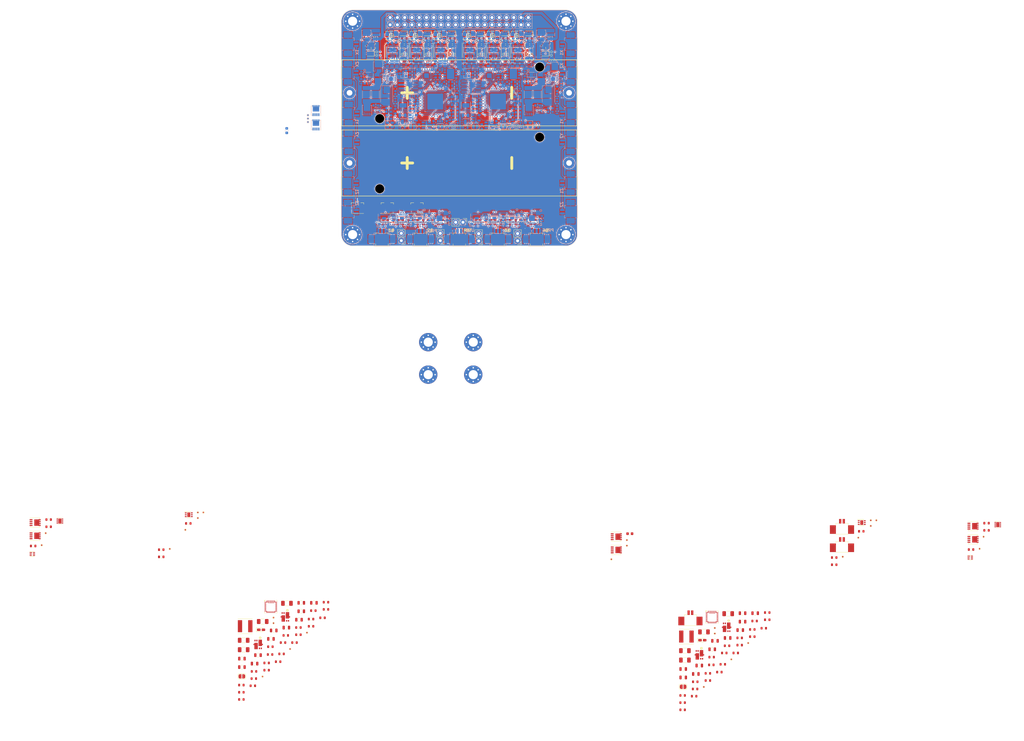
<source format=kicad_pcb>
(kicad_pcb (version 20210623) (generator pcbnew)

  (general
    (thickness 1)
  )

  (paper "A4")
  (title_block
    (title "BUTCube - EPS")
    (date "2021-08-20")
    (rev "v1.0")
    (company "VUT - FIT(STRaDe) & FME(IAE & IPE)")
    (comment 1 "Author: Petr Malaník")
  )

  (layers
    (0 "F.Cu" signal)
    (1 "In1.Cu" power)
    (2 "In2.Cu" mixed)
    (31 "B.Cu" signal)
    (32 "B.Adhes" user "B.Adhesive")
    (33 "F.Adhes" user "F.Adhesive")
    (34 "B.Paste" user)
    (35 "F.Paste" user)
    (36 "B.SilkS" user "B.Silkscreen")
    (37 "F.SilkS" user "F.Silkscreen")
    (38 "B.Mask" user)
    (39 "F.Mask" user)
    (40 "Dwgs.User" user "User.Drawings")
    (41 "Cmts.User" user "User.Comments")
    (42 "Eco1.User" user "User.Eco1")
    (43 "Eco2.User" user "User.Eco2")
    (44 "Edge.Cuts" user)
    (45 "Margin" user)
    (46 "B.CrtYd" user "B.Courtyard")
    (47 "F.CrtYd" user "F.Courtyard")
    (48 "B.Fab" user)
    (49 "F.Fab" user)
    (50 "User.1" user)
    (51 "User.2" user)
    (52 "User.3" user)
    (53 "User.4" user)
    (54 "User.5" user)
    (55 "User.6" user)
    (56 "User.7" user)
    (57 "User.8" user)
    (58 "User.9" user)
  )

  (setup
    (stackup
      (layer "F.SilkS" (type "Top Silk Screen"))
      (layer "F.Paste" (type "Top Solder Paste"))
      (layer "F.Mask" (type "Top Solder Mask") (color "Green") (thickness 0.01))
      (layer "F.Cu" (type "copper") (thickness 0.035))
      (layer "dielectric 1" (type "core") (thickness 0.28) (material "FR4") (epsilon_r 4.5) (loss_tangent 0.02))
      (layer "In1.Cu" (type "copper") (thickness 0.035))
      (layer "dielectric 2" (type "prepreg") (thickness 0.28) (material "FR4") (epsilon_r 4.5) (loss_tangent 0.02))
      (layer "In2.Cu" (type "copper") (thickness 0.035))
      (layer "dielectric 3" (type "core") (thickness 0.28) (material "FR4") (epsilon_r 4.5) (loss_tangent 0.02))
      (layer "B.Cu" (type "copper") (thickness 0.035))
      (layer "B.Mask" (type "Bottom Solder Mask") (color "Green") (thickness 0.01))
      (layer "B.Paste" (type "Bottom Solder Paste"))
      (layer "B.SilkS" (type "Bottom Silk Screen"))
      (copper_finish "Immersion gold")
      (dielectric_constraints no)
    )
    (pad_to_mask_clearance 0)
    (pcbplotparams
      (layerselection 0x00010fc_ffffffff)
      (disableapertmacros false)
      (usegerberextensions false)
      (usegerberattributes true)
      (usegerberadvancedattributes true)
      (creategerberjobfile true)
      (svguseinch false)
      (svgprecision 6)
      (excludeedgelayer true)
      (plotframeref false)
      (viasonmask false)
      (mode 1)
      (useauxorigin false)
      (hpglpennumber 1)
      (hpglpenspeed 20)
      (hpglpendiameter 15.000000)
      (dxfpolygonmode true)
      (dxfimperialunits true)
      (dxfusepcbnewfont true)
      (psnegative false)
      (psa4output false)
      (plotreference true)
      (plotvalue true)
      (plotinvisibletext false)
      (sketchpadsonfab false)
      (subtractmaskfromsilk false)
      (outputformat 1)
      (mirror false)
      (drillshape 1)
      (scaleselection 1)
      (outputdirectory "")
    )
  )

  (net 0 "")
  (net 1 "Net-(C1-Pad1)")
  (net 2 "VBUS")
  (net 3 "/Unit #1/MCU/MCU_POWER")
  (net 4 "/Unit #1/Battery charger/BAT")
  (net 5 "/Unit #1/Battery charger/SOLAR_IN")
  (net 6 "/USB power/USB_POWER")
  (net 7 "Net-(C6-Pad1)")
  (net 8 "Net-(C6-Pad2)")
  (net 9 "Net-(C7-Pad1)")
  (net 10 "GND")
  (net 11 "Net-(C7-Pad2)")
  (net 12 "Net-(C8-Pad1)")
  (net 13 "/Unit #1/Battery charger/PMID")
  (net 14 "/Unit #1/Battery charger/SYS")
  (net 15 "/Unit #1/Battery charger/REGN")
  (net 16 "/Unit #1/Activation control/PWR_OUT")
  (net 17 "Net-(C29-Pad1)")
  (net 18 "/Unit #1/MCU/OUT_CUR")
  (net 19 "Net-(C32-Pad1)")
  (net 20 "/Unit #1/MCU/VREF")
  (net 21 "Net-(C47-Pad1)")
  (net 22 "/Unit #2/MCU/MCU_POWER")
  (net 23 "/Unit #2/Battery charger/SOLAR_IN")
  (net 24 "Net-(C52-Pad1)")
  (net 25 "Net-(C52-Pad2)")
  (net 26 "Net-(C53-Pad1)")
  (net 27 "Net-(C53-Pad2)")
  (net 28 "Net-(C54-Pad1)")
  (net 29 "/Unit #2/Battery charger/PMID")
  (net 30 "/Unit #2/Battery charger/SYS")
  (net 31 "/Unit #2/Battery charger/REGN")
  (net 32 "/Unit #2/Activation control/PWR_OUT")
  (net 33 "Net-(C75-Pad1)")
  (net 34 "/Unit #2/MCU/OUT_CUR")
  (net 35 "Net-(C78-Pad1)")
  (net 36 "/Unit #2/MCU/VREF")
  (net 37 "Net-(C93-Pad1)")
  (net 38 "Net-(C94-Pad1)")
  (net 39 "/Unit #1/Output control/PWR_OUT")
  (net 40 "Net-(C96-Pad1)")
  (net 41 "Net-(C97-Pad1)")
  (net 42 "/Unit #2/Output control/PWR_OUT")
  (net 43 "Net-(C101-Pad1)")
  (net 44 "Net-(C102-Pad1)")
  (net 45 "Net-(C106-Pad1)")
  (net 46 "Net-(C107-Pad1)")
  (net 47 "Net-(C111-Pad1)")
  (net 48 "Net-(C112-Pad1)")
  (net 49 "Net-(C116-Pad1)")
  (net 50 "Net-(C117-Pad1)")
  (net 51 "Net-(C121-Pad1)")
  (net 52 "Net-(C122-Pad1)")
  (net 53 "/Unit #1/ADC/VBAT_CUR")
  (net 54 "/Unit #2/ADC/VBAT_CUR")
  (net 55 "Net-(C129-Pad1)")
  (net 56 "Net-(C130-Pad1)")
  (net 57 "Net-(C131-Pad1)")
  (net 58 "Net-(C132-Pad1)")
  (net 59 "Net-(C133-Pad1)")
  (net 60 "/Unit #2/Activation control/Activation logic/PWR_IN")
  (net 61 "Net-(C138-Pad1)")
  (net 62 "Net-(C139-Pad1)")
  (net 63 "Net-(C140-Pad1)")
  (net 64 "Net-(C141-Pad1)")
  (net 65 "Net-(C142-Pad1)")
  (net 66 "/Unit #1/Activation control/Activation logic/PWR_IN")
  (net 67 "Net-(D2-Pad2)")
  (net 68 "/Stack connector/CAN_L")
  (net 69 "/Stack connector/CAN_H")
  (net 70 "/Unit #1/ADC/1V8_CUR")
  (net 71 "/Unit #2/ADC/1V8_CUR")
  (net 72 "/Unit #1/ADC/3V3_CUR")
  (net 73 "/Unit #2/ADC/3V3_CUR")
  (net 74 "/Unit #1/ADC/5V_CUR")
  (net 75 "/Unit #2/ADC/5V_CUR")
  (net 76 "/Unit #1/Activation control/PWR_IN")
  (net 77 "/Unit #1/MCU/POWER")
  (net 78 "Net-(F3-Pad2)")
  (net 79 "/Unit #2/Activation control/PWR_IN")
  (net 80 "/Unit #2/MCU/POWER")
  (net 81 "Net-(F6-Pad2)")
  (net 82 "Net-(F7-Pad1)")
  (net 83 "/Unit #1/1V8")
  (net 84 "Net-(F8-Pad1)")
  (net 85 "/Unit #2/1V8")
  (net 86 "Net-(F9-Pad1)")
  (net 87 "/Unit #1/3V3")
  (net 88 "Net-(F10-Pad1)")
  (net 89 "/Unit #2/3V3")
  (net 90 "Net-(F11-Pad1)")
  (net 91 "/Unit #1/5V")
  (net 92 "Net-(F12-Pad1)")
  (net 93 "/Unit #2/5V")
  (net 94 "Net-(F13-Pad1)")
  (net 95 "/Unit #1/VBAT")
  (net 96 "Net-(F14-Pad1)")
  (net 97 "/Unit #2/VBAT")
  (net 98 "Net-(J7-Pad1)")
  (net 99 "/Unit #1/MCU/DBG_TX")
  (net 100 "/Unit #1/MCU/DBG_RX")
  (net 101 "/Unit #1/MCU/SWCLK")
  (net 102 "/Unit #1/MCU/SWDIO")
  (net 103 "/Unit #1/Battery temperature control/NTC_OUT")
  (net 104 "Net-(J11-Pad1)")
  (net 105 "/Stack connector/EPS#1_CHARGE")
  (net 106 "/Stack connector/RS_485_~{B}")
  (net 107 "/Stack connector/RS_485_A")
  (net 108 "/Stack connector/EPS#2_CHARGE")
  (net 109 "Net-(J19-Pad1)")
  (net 110 "/Unit #2/MCU/DBG_TX")
  (net 111 "/Unit #2/MCU/DBG_RX")
  (net 112 "/Unit #2/MCU/SWCLK")
  (net 113 "/Unit #2/MCU/SWDIO")
  (net 114 "/Unit #2/Battery temperature control/NTC_OUT")
  (net 115 "Net-(J23-Pad1)")
  (net 116 "/Activation switches/RBF_PIN")
  (net 117 "/Activation switches/SW_#1")
  (net 118 "/Activation switches/SW_#2")
  (net 119 "/Activation switches/SW_#3")
  (net 120 "/Activation switches/SW_#4")
  (net 121 "Net-(JP1-Pad2)")
  (net 122 "Net-(JP2-Pad1)")
  (net 123 "/Unit #1/MCU/NRST")
  (net 124 "Net-(JP3-Pad1)")
  (net 125 "Net-(JP3-Pad2)")
  (net 126 "Net-(JP4-Pad2)")
  (net 127 "Net-(JP5-Pad1)")
  (net 128 "/Unit #2/MCU/NRST")
  (net 129 "Net-(JP6-Pad1)")
  (net 130 "Net-(JP6-Pad2)")
  (net 131 "Net-(L3-Pad1)")
  (net 132 "Net-(L3-Pad2)")
  (net 133 "Net-(L4-Pad1)")
  (net 134 "Net-(L4-Pad2)")
  (net 135 "Net-(L5-Pad1)")
  (net 136 "Net-(L5-Pad2)")
  (net 137 "Net-(L6-Pad1)")
  (net 138 "Net-(L6-Pad2)")
  (net 139 "Net-(L7-Pad1)")
  (net 140 "Net-(L7-Pad2)")
  (net 141 "Net-(L8-Pad1)")
  (net 142 "Net-(L8-Pad2)")
  (net 143 "Net-(Q1-PadG1)")
  (net 144 "Net-(Q1-PadS1)")
  (net 145 "Net-(Q2-PadG1)")
  (net 146 "Net-(Q2-PadS1)")
  (net 147 "/Unit #1/Activation control/Activation logic/SEP_EN")
  (net 148 "Net-(Q3-Pad5)")
  (net 149 "/Unit #1/Activation control/Activation logic/RBF_EN")
  (net 150 "Net-(Q5-Pad1)")
  (net 151 "Net-(Q5-Pad3)")
  (net 152 "Net-(Q7-Pad1)")
  (net 153 "Net-(Q7-Pad4)")
  (net 154 "Net-(Q7-Pad5)")
  (net 155 "Net-(Q9-PadG1)")
  (net 156 "Net-(Q9-PadS1)")
  (net 157 "Net-(Q10-PadG1)")
  (net 158 "Net-(Q10-PadS1)")
  (net 159 "/Unit #2/Activation control/Activation logic/SEP_EN")
  (net 160 "Net-(Q11-Pad5)")
  (net 161 "/Unit #2/Activation control/Activation logic/RBF_EN")
  (net 162 "Net-(Q13-Pad1)")
  (net 163 "Net-(Q13-Pad3)")
  (net 164 "Net-(Q15-Pad1)")
  (net 165 "Net-(Q15-Pad4)")
  (net 166 "Net-(Q15-Pad5)")
  (net 167 "Net-(Q17-Pad4)")
  (net 168 "Net-(Q17-Pad5)")
  (net 169 "Net-(Q18-Pad1)")
  (net 170 "Net-(Q18-Pad4)")
  (net 171 "Net-(Q19-Pad4)")
  (net 172 "Net-(Q19-Pad5)")
  (net 173 "Net-(Q20-Pad1)")
  (net 174 "Net-(Q20-Pad4)")
  (net 175 "/Unit #1/Power supplies/Power_supply_1V8/PER_POWER")
  (net 176 "/Unit #1/MCU/1V8_EN")
  (net 177 "/Unit #2/Power supplies/Power_supply_1V8/PER_POWER")
  (net 178 "/Unit #2/MCU/1V8_EN")
  (net 179 "/Unit #1/MCU/3V3_EN")
  (net 180 "/Unit #2/MCU/3V3_EN")
  (net 181 "/Unit #1/Power supplies/Power_supply_5V/PER_POWER")
  (net 182 "/Unit #1/MCU/5V_EN")
  (net 183 "/Unit #2/Power supplies/Power_supply_5V/PER_POWER")
  (net 184 "/Unit #2/MCU/5V_EN")
  (net 185 "Net-(Q27-Pad1)")
  (net 186 "/Unit #1/MCU/VBAT_EN")
  (net 187 "Net-(Q28-Pad1)")
  (net 188 "/Unit #2/MCU/VBAT_EN")
  (net 189 "/Unit #1/Battery charger/D+")
  (net 190 "/Unit #1/Battery charger/D-")
  (net 191 "Net-(R5-Pad2)")
  (net 192 "Net-(R6-Pad2)")
  (net 193 "Net-(R7-Pad1)")
  (net 194 "Net-(R8-Pad2)")
  (net 195 "Net-(D1-Pad2)")
  (net 196 "Net-(R11-Pad1)")
  (net 197 "Net-(R16-Pad2)")
  (net 198 "Net-(R17-Pad2)")
  (net 199 "Net-(R18-Pad2)")
  (net 200 "Net-(R21-Pad2)")
  (net 201 "Net-(R22-Pad1)")
  (net 202 "Net-(R24-Pad2)")
  (net 203 "/Unit #1/MCU/VBAT")
  (net 204 "/Unit #1/MCU/VDDUSB")
  (net 205 "Net-(R30-Pad1)")
  (net 206 "/Unit #1/MCU/CAN_RS")
  (net 207 "/Unit #1/MCU/RS_485_R_EN")
  (net 208 "/Unit #1/MCU/RS_485_T_EN")
  (net 209 "/Unit #1/Battery temperature control/EN")
  (net 210 "/Unit #1/Battery temperature control/NTC_REF")
  (net 211 "/Unit #2/Battery charger/D+")
  (net 212 "/Unit #2/Battery charger/D-")
  (net 213 "Net-(R47-Pad2)")
  (net 214 "Net-(R57-Pad2)")
  (net 215 "/Unit #2/MCU/VBAT")
  (net 216 "/Unit #2/MCU/VDDUSB")
  (net 217 "/Unit #2/MCU/CAN_RS")
  (net 218 "/Unit #2/MCU/RS_485_R_EN")
  (net 219 "/Unit #2/MCU/RS_485_T_EN")
  (net 220 "/Unit #2/Battery temperature control/EN")
  (net 221 "/Unit #2/Battery temperature control/NTC_REF")
  (net 222 "Net-(R82-Pad1)")
  (net 223 "Net-(R91-Pad2)")
  (net 224 "Net-(R98-Pad2)")
  (net 225 "Net-(R105-Pad2)")
  (net 226 "Net-(R112-Pad2)")
  (net 227 "Net-(R119-Pad2)")
  (net 228 "/Unit #1/Battery temperature control/~{FAULT}")
  (net 229 "/Unit #2/Battery temperature control/~{FAULT}")
  (net 230 "Net-(TP61-Pad1)")
  (net 231 "Net-(TP62-Pad1)")
  (net 232 "Net-(TP63-Pad1)")
  (net 233 "Net-(TP64-Pad1)")
  (net 234 "Net-(TP67-Pad1)")
  (net 235 "Net-(TP69-Pad1)")
  (net 236 "Net-(TP70-Pad1)")
  (net 237 "Net-(TP71-Pad1)")
  (net 238 "Net-(TP72-Pad1)")
  (net 239 "Net-(TP75-Pad1)")
  (net 240 "/Unit #1/ADC/~{CS}")
  (net 241 "/Unit #1/MCU/SPI_MISO")
  (net 242 "/Unit #1/MCU/SPI_SCK")
  (net 243 "/Unit #1/MCU/SPI_MOSI")
  (net 244 "Net-(D1-Pad1)")
  (net 245 "/Unit #1/Battery charger/SCL")
  (net 246 "/Unit #1/Battery charger/SDA")
  (net 247 "/Unit #1/Battery charger/~{INT}")
  (net 248 "/Unit #1/MCU/WDG_RESET")
  (net 249 "/Unit #1/MCU/FRAM_CS")
  (net 250 "/Unit #1/MCU/LSE")
  (net 251 "/Unit #1/MCU/HSE")
  (net 252 "/Unit #1/Battery charger/BAT_ALERT")
  (net 253 "/Unit #1/MCU/RS_485_R")
  (net 254 "/Unit #1/MCU/RS_485_T")
  (net 255 "/Unit #1/MCU/CAN_RX")
  (net 256 "/Unit #1/MCU/CAN_TX")
  (net 257 "/Unit #2/ADC/~{CS}")
  (net 258 "/Unit #2/MCU/SPI_MISO")
  (net 259 "/Unit #2/MCU/SPI_SCK")
  (net 260 "/Unit #2/MCU/SPI_MOSI")
  (net 261 "Net-(D5-Pad1)")
  (net 262 "/Unit #2/Battery charger/SCL")
  (net 263 "/Unit #2/Battery charger/SDA")
  (net 264 "/Unit #2/Battery charger/~{INT}")
  (net 265 "/Unit #2/MCU/WDG_RESET")
  (net 266 "/Unit #2/MCU/FRAM_CS")
  (net 267 "/Unit #2/MCU/LSE")
  (net 268 "/Unit #2/MCU/HSE")
  (net 269 "/Unit #2/Battery charger/BAT_ALERT")
  (net 270 "/Unit #2/MCU/RS_485_R")
  (net 271 "/Unit #2/MCU/RS_485_T")
  (net 272 "/Unit #2/MCU/CAN_RX")
  (net 273 "/Unit #2/MCU/CAN_TX")
  (net 274 "Net-(U52-Pad6)")
  (net 275 "Net-(U53-Pad8)")
  (net 276 "Net-(U54-Pad12)")
  (net 277 "Net-(U48-Pad6)")
  (net 278 "Net-(U48-Pad8)")
  (net 279 "Net-(U48-Pad12)")
  (net 280 "Net-(U49-Pad10)")
  (net 281 "Net-(U49-Pad8)")
  (net 282 "Net-(U49-Pad12)")
  (net 283 "Net-(U50-Pad12)")
  (net 284 "Net-(U52-Pad8)")
  (net 285 "Net-(U52-Pad12)")
  (net 286 "Net-(U53-Pad10)")
  (net 287 "Net-(U53-Pad12)")
  (net 288 "Net-(D4-Pad1)")
  (net 289 "Net-(D7-Pad1)")
  (net 290 "Net-(D7-Pad2)")
  (net 291 "Net-(D8-Pad2)")
  (net 292 "Net-(D10-Pad1)")
  (net 293 "Net-(D11-Pad1)")
  (net 294 "/Unit #1/MCU/LED1")
  (net 295 "/Unit #1/MCU/LED2")
  (net 296 "Net-(R41-Pad1)")
  (net 297 "Net-(R46-Pad2)")
  (net 298 "Net-(R48-Pad1)")
  (net 299 "Net-(R49-Pad2)")
  (net 300 "Net-(R52-Pad1)")
  (net 301 "Net-(R58-Pad2)")
  (net 302 "Net-(R59-Pad2)")
  (net 303 "Net-(R62-Pad2)")
  (net 304 "Net-(R63-Pad1)")
  (net 305 "Net-(R65-Pad2)")
  (net 306 "Net-(R71-Pad1)")
  (net 307 "/Unit #2/MCU/LED1")
  (net 308 "/Unit #2/MCU/LED2")
  (net 309 "Net-(R84-Pad1)")
  (net 310 "Net-(R86-Pad1)")
  (net 311 "Net-(R88-Pad2)")
  (net 312 "Net-(R89-Pad1)")
  (net 313 "Net-(R95-Pad2)")
  (net 314 "Net-(R96-Pad1)")
  (net 315 "Net-(R102-Pad2)")
  (net 316 "Net-(R103-Pad1)")
  (net 317 "Net-(R109-Pad2)")
  (net 318 "Net-(R110-Pad1)")
  (net 319 "Net-(R116-Pad2)")
  (net 320 "Net-(R117-Pad1)")
  (net 321 "Net-(R123-Pad2)")
  (net 322 "Net-(R124-Pad1)")
  (net 323 "Net-(R126-Pad2)")
  (net 324 "Net-(R132-Pad2)")
  (net 325 "Net-(R137-Pad2)")
  (net 326 "/Unit #2/Battery charger/BAT")
  (net 327 "/Unit #1/Battery charger/BAT+")
  (net 328 "/Unit #2/Battery charger/BAT+")

  (footprint "TCY_passives:C_0603_1608Metric" (layer "F.Cu") (at 62.985 271.625))

  (footprint "TCY_passives:C_0603_1608Metric" (layer "F.Cu") (at 233.76 256.98))

  (footprint "TCY_passives:R_0603_1608Metric" (layer "F.Cu") (at 208.63 278.64))

  (footprint "Diode_SMD:D_SOD-323F" (layer "F.Cu") (at 95.1 59.325 180))

  (footprint "TCY_IC:VQFN-HR_29(34)_4x4mm_P0.4mm" (layer "F.Cu") (at 214.495 256.045))

  (footprint "TCY_passives:R_0603_1608Metric" (layer "F.Cu") (at 93.1 53.725 90))

  (footprint "TCY_passives:R_0603_1608Metric" (layer "F.Cu") (at 257.14 235.26))

  (footprint "MountingHole:MountingHole_3.2mm_M3_Pad_Via" (layer "F.Cu") (at 89 122.5))

  (footprint "TCY_passives:R_0603_1608Metric" (layer "F.Cu") (at 107.05 58.2))

  (footprint "TCY_passives:C_0603_1608Metric" (layer "F.Cu") (at 54.165 280.035))

  (footprint "TCY_connectors:TestPoint_Pad_D0.5mm" (layer "F.Cu") (at 158.4 59.9))

  (footprint "TCY_connectors:Amphenol_10114830-11102LF_1x02_P1.25mm_Horizontal" (layer "F.Cu") (at 99.25 122))

  (footprint "TCY_passives:R_0603_1608Metric" (layer "F.Cu") (at 113.7 118.2 -90))

  (footprint "TCY_passives:R_0603_1608Metric" (layer "F.Cu") (at 257.14 237.77))

  (footprint "TCY_passives:R_0603_1608Metric" (layer "F.Cu") (at 151.187255 118.138244 -90))

  (footprint "TCY_connectors:TestPoint_Pad_D0.5mm" (layer "F.Cu") (at 25.155 232.235))

  (footprint "TCY_connectors:TestPoint_Pad_D0.5mm" (layer "F.Cu") (at 57.545 276.805))

  (footprint "TCY_passives:R_0603_1608Metric" (layer "F.Cu") (at 204.22 285.92))

  (footprint "Connector_PinHeader_2.54mm:PinHeader_1x02_P2.54mm_Vertical" (layer "F.Cu") (at 146.6 124.675 180))

  (footprint "TCY_passives:R_0603_1608Metric" (layer "F.Cu") (at 229.35 257.42))

  (footprint "TCY_passives:R_0603_1608Metric" (layer "F.Cu") (at 31.625 223.345))

  (footprint "TCY_passives:R_0603_1608Metric" (layer "F.Cu") (at -17.135 222.005))

  (footprint "TCY_passives:R_0603_1608Metric" (layer "F.Cu") (at 115.45 55.4))

  (footprint "TCY_passives:R_0603_1608Metric" (layer "F.Cu") (at 150.8 54 180))

  (footprint "TCY_connectors:TestPoint_Pad_D0.5mm" (layer "F.Cu") (at 30.595 225.575))

  (footprint "TCY_connectors:TestPoint_Pad_D0.5mm" (layer "F.Cu") (at 61.385 256.225))

  (footprint "TCY_passives:C_0805_2012Metric" (layer "F.Cu") (at 214.55 267.29))

  (footprint "TCY_passives:R_0603_1608Metric" (layer "F.Cu") (at 58.975 272.065))

  (footprint "TCY_passives:R_0603_1608Metric" (layer "F.Cu") (at 218.25 272.53))

  (footprint "TCY_passives:R_0603_1608Metric" (layer "F.Cu") (at 131.987255 118.138244 90))

  (footprint "TCY_passives:C_0603_1608Metric" (layer "F.Cu") (at 204.22 288.43))

  (footprint "TCY_connectors:TestPoint_Pad_D0.5mm" (layer "F.Cu") (at 271.86 222.26))

  (footprint "Package_SO:Vishay_PowerPAK_1212-8_Single" (layer "F.Cu") (at 181.07 232.59))

  (footprint "Package_SO:Vishay_PowerPAK_1212-8_Single" (layer "F.Cu") (at 181.07 227.98))

  (footprint "TCY_passives:R_0603_1608Metric" (layer "F.Cu") (at 219.73 266.07))

  (footprint "TCY_connectors:TestPoint_Pad_D0.5mm" (layer "F.Cu") (at 114.675 59.5))

  (footprint "TCY_passives:C_0805_2012Metric" (layer "F.Cu") (at 60.485 263.665))

  (footprint "TCY_connectors:TestPoint_Pad_D0.5mm" (layer "F.Cu") (at 107.825 59.5))

  (footprint "TCY_passives:C_0805_2012Metric" (layer "F.Cu") (at 61.455 260.715))

  (footprint "TCY_connectors:TestPoint_Pad_D0.5mm" (layer "F.Cu") (at 124.625 59.5))

  (footprint "Diode_SMD:D_SOD-323F" (layer "F.Cu") (at 106.7 52.25 180))

  (footprint "TCY_passives:C_0603_1608Metric" (layer "F.Cu") (at 217.05 275.25))

  (footprint "TCY_connectors:TestPoint_Pad_D0.5mm" (layer "F.Cu") (at 73.055 261.485))

  (footprint "TCY_passives:C_0603_1608Metric" (layer "F.Cu") (at 138.787255 118.138244 -90))

  (footprint "TCY_passives:R_0603_1608Metric" (layer "F.Cu") (at 204.22 283.41))

  (footprint "TCY_passives:C_0603_1608Metric" (layer "F.Cu") (at 79.695 250.845))

  (footprint "TCY_passives:R_0603_1608Metric" (layer "F.Cu") (at 120.5 118.2 90))

  (footprint "TCY_passives:C_0805_2012Metric" (layer "F.Cu") (at 224.34 260.59))

  (footprint "Diode_SMD:D_SOD-323F" (layer "F.Cu") (at 133.65 52.25 180))

  (footprint "TCY_passives:C_0805_2012Metric" (layer "F.Cu") (at 219.93 263.34))

  (footprint "TCY_passives:R_0603_1608Metric" (layer "F.Cu") (at 50.155 279.785))

  (footprint "LED_SMD:LED_0603_1608Metric_Castellated" (layer "F.Cu") (at 57.045 260.485))

  (footprint "Package_DFN_QFN:UQFN-10_1.4x1.8mm_P0.4mm" (layer "F.Cu") (at 157.2 56.6))

  (footprint "TCY_passives:C_0603_1608Metric" (layer "F.Cu") (at 224.14 263.32))

  (footprint "TCY_passives:C_0805_2012Metric" (layer "F.Cu") (at 65.865 259.715))

  (footprint "TCY_passives:R_0603_1608Metric" (layer "F.Cu") (at 65.665 262.445))

  (footprint "Package_SO:Vishay_PowerPAK_1212-8_Single" (layer "F.Cu") (at -21.845 227.665))

  (footprint "TCY_passives:C_0805_2012Metric" (layer "F.Cu") (at 75.485 251.065))

  (footprint "TCY_passives:C_0805_2012Metric" (layer "F.Cu") (at 55.965 269.335))

  (footprint "Capacitor_SMD:C_1206_3216Metric" (layer "F.Cu") (at 50.955 264.145))

  (footprint "TCY_connectors:TestPoint_Pad_D0.5mm" (layer "F.Cu") (at 105.35 54.7))

  (footprint "TCY_passives:C_0603_1608Metric" (layer "F.Cu") (at 93.9 56.625 90))

  (footprint "TCY_passives:C_0603_1608Metric" (layer "F.Cu")
    (tedit 612761EB) (tstamp 485b27c1-d00b-494f-8a48-a5665e67e7a2)
    (at 115.45 60.7)
    (descr "Capacitor SMD 0603 (1608 Metric), square (rectangular) end terminal, IPC_7351 nominal, (Body size source: IPC-SM-782 page 76, https://www.pcb-3d.com/wordpress/wp-content/uploads/ipc-sm-782a_amendment_1_and_2.pdf), generated with kicad-footprint-generator")
    (tags "capacitor")
    (property "Sheetfile" "Power_supply.kicad_sch")
    (property "Sheetname" "Power_supply_3V3")
    (path "/3fbfe5f5-450c-4c51-813c-f3d5ddddd4e3/e90aa45b-e371-4d9f-a40f-45b62d6b0cc2/b028d684-e73b-4aba-a10d-751a54ede8f8/148c8ecd-04d2-4757-b5c0-9eee95504366")
    (attr smd)
    
... [6576731 chars truncated]
</source>
